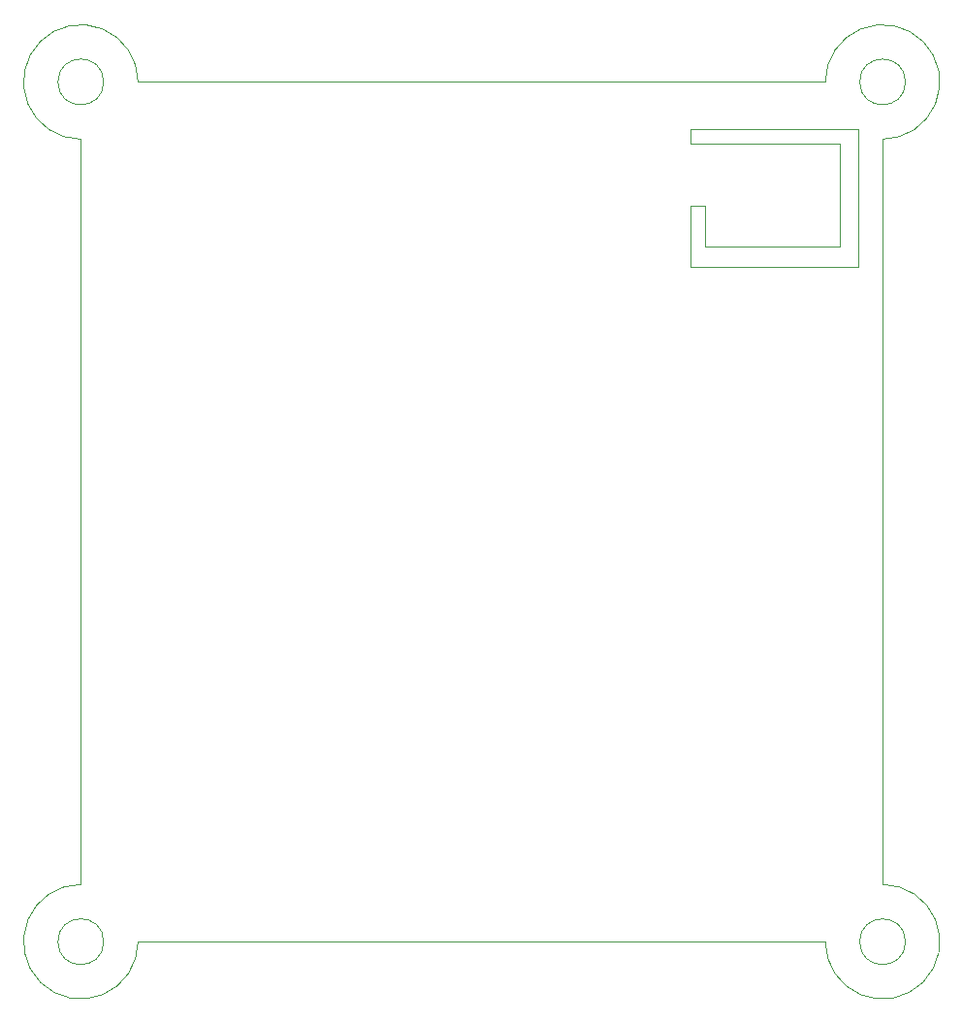
<source format=gbr>
%TF.GenerationSoftware,KiCad,Pcbnew,7.0.10*%
%TF.CreationDate,2024-04-10T17:33:26+08:00*%
%TF.ProjectId,solar_board_breakout,736f6c61-725f-4626-9f61-72645f627265,rev?*%
%TF.SameCoordinates,Original*%
%TF.FileFunction,Profile,NP*%
%FSLAX46Y46*%
G04 Gerber Fmt 4.6, Leading zero omitted, Abs format (unit mm)*
G04 Created by KiCad (PCBNEW 7.0.10) date 2024-04-10 17:33:26*
%MOMM*%
%LPD*%
G01*
G04 APERTURE LIST*
%TA.AperFunction,Profile*%
%ADD10C,0.100000*%
%TD*%
G04 APERTURE END LIST*
D10*
X133500000Y-85800000D02*
X132200000Y-85800000D01*
X132200000Y-91100000D02*
X146900000Y-91100000D01*
X81000002Y-75000000D02*
G75*
G03*
X77000002Y-75000000I-2000000J0D01*
G01*
X77000002Y-75000000D02*
G75*
G03*
X81000002Y-75000000I2000000J0D01*
G01*
X146900000Y-91100000D02*
X146900000Y-79100000D01*
X132200000Y-80400000D02*
X133800000Y-80400000D01*
X133500000Y-89400000D02*
X133500000Y-85800000D01*
X132200000Y-85800000D02*
X132200000Y-91100000D01*
X145300000Y-80400000D02*
X145300000Y-89400000D01*
X132200000Y-79100000D02*
X132200000Y-80400000D01*
X133800000Y-80400000D02*
X145300000Y-80400000D01*
X146900000Y-79100000D02*
X132200000Y-79100000D01*
X79000000Y-145000000D02*
X79000000Y-80000000D01*
X145300000Y-89400000D02*
X133500000Y-89400000D01*
X149000000Y-80000000D02*
X149000000Y-145000000D01*
X79000000Y-145000000D02*
G75*
G03*
X84000000Y-150000000I0J-5000000D01*
G01*
X144000000Y-150000000D02*
G75*
G03*
X149000000Y-145000000I5000000J0D01*
G01*
X84000000Y-75000000D02*
X101000000Y-75000000D01*
X101000000Y-75000000D02*
X144000000Y-75000000D01*
X144000000Y-150000000D02*
X84000000Y-150000000D01*
X81000000Y-150000000D02*
G75*
G03*
X77000000Y-150000000I-2000000J0D01*
G01*
X77000000Y-150000000D02*
G75*
G03*
X81000000Y-150000000I2000000J0D01*
G01*
X151000000Y-150000000D02*
G75*
G03*
X147000000Y-150000000I-2000000J0D01*
G01*
X147000000Y-150000000D02*
G75*
G03*
X151000000Y-150000000I2000000J0D01*
G01*
X84000000Y-75000000D02*
G75*
G03*
X79000000Y-80000000I-5000000J0D01*
G01*
X149000000Y-80000000D02*
G75*
G03*
X144000000Y-75000000I0J5000000D01*
G01*
X151000000Y-75000000D02*
G75*
G03*
X147000000Y-75000000I-2000000J0D01*
G01*
X147000000Y-75000000D02*
G75*
G03*
X151000000Y-75000000I2000000J0D01*
G01*
M02*

</source>
